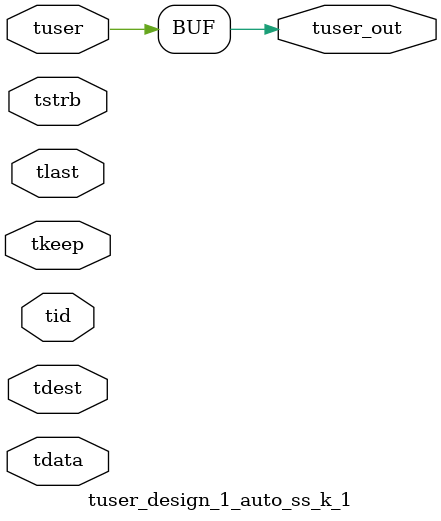
<source format=v>


`timescale 1ps/1ps

module tuser_design_1_auto_ss_k_1 #
(
parameter C_S_AXIS_TUSER_WIDTH = 1,
parameter C_S_AXIS_TDATA_WIDTH = 32,
parameter C_S_AXIS_TID_WIDTH   = 0,
parameter C_S_AXIS_TDEST_WIDTH = 0,
parameter C_M_AXIS_TUSER_WIDTH = 1
)
(
input  [(C_S_AXIS_TUSER_WIDTH == 0 ? 1 : C_S_AXIS_TUSER_WIDTH)-1:0     ] tuser,
input  [(C_S_AXIS_TDATA_WIDTH == 0 ? 1 : C_S_AXIS_TDATA_WIDTH)-1:0     ] tdata,
input  [(C_S_AXIS_TID_WIDTH   == 0 ? 1 : C_S_AXIS_TID_WIDTH)-1:0       ] tid,
input  [(C_S_AXIS_TDEST_WIDTH == 0 ? 1 : C_S_AXIS_TDEST_WIDTH)-1:0     ] tdest,
input  [(C_S_AXIS_TDATA_WIDTH/8)-1:0 ] tkeep,
input  [(C_S_AXIS_TDATA_WIDTH/8)-1:0 ] tstrb,
input                                                                    tlast,
output [C_M_AXIS_TUSER_WIDTH-1:0] tuser_out
);

assign tuser_out = {tuser[0:0]};

endmodule


</source>
